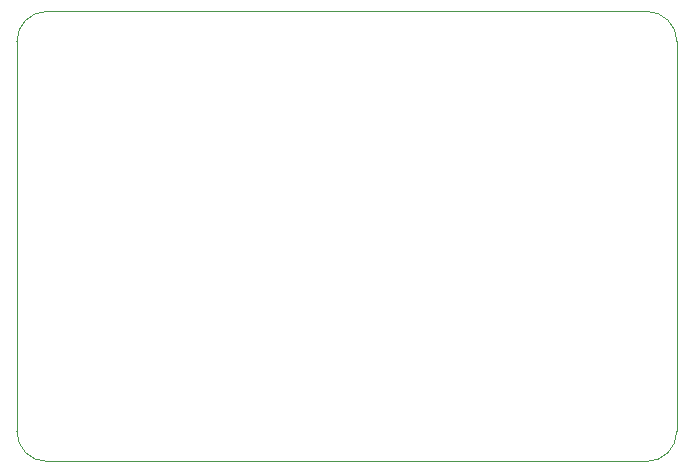
<source format=gbr>
G04 #@! TF.GenerationSoftware,KiCad,Pcbnew,(5.1.5-0-10_14)*
G04 #@! TF.CreationDate,2020-06-21T16:07:24+02:00*
G04 #@! TF.ProjectId,ps2zx,7073327a-782e-46b6-9963-61645f706362,rev?*
G04 #@! TF.SameCoordinates,Original*
G04 #@! TF.FileFunction,Profile,NP*
%FSLAX46Y46*%
G04 Gerber Fmt 4.6, Leading zero omitted, Abs format (unit mm)*
G04 Created by KiCad (PCBNEW (5.1.5-0-10_14)) date 2020-06-21 16:07:24*
%MOMM*%
%LPD*%
G04 APERTURE LIST*
%ADD10C,0.050000*%
G04 APERTURE END LIST*
D10*
X139700000Y-124460000D02*
X190500000Y-124460000D01*
X137160000Y-88900000D02*
X137160000Y-121920000D01*
X190500000Y-86360000D02*
X139700000Y-86360000D01*
X193040000Y-121920000D02*
X193040000Y-88900000D01*
X193040000Y-121920000D02*
G75*
G02X190500000Y-124460000I-2540000J0D01*
G01*
X190500000Y-86360000D02*
G75*
G02X193040000Y-88900000I0J-2540000D01*
G01*
X137160000Y-88900000D02*
G75*
G02X139700000Y-86360000I2540000J0D01*
G01*
X139700000Y-124460000D02*
G75*
G02X137160000Y-121920000I0J2540000D01*
G01*
M02*

</source>
